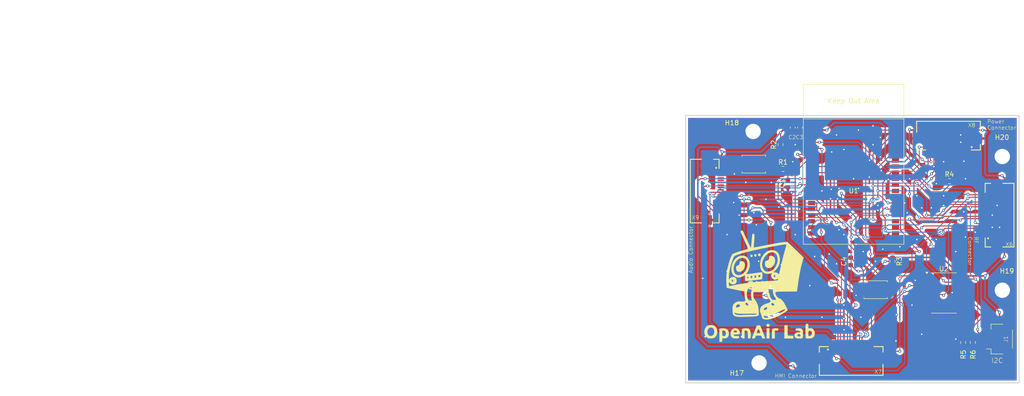
<source format=kicad_pcb>
(kicad_pcb
	(version 20241229)
	(generator "pcbnew")
	(generator_version "9.0")
	(general
		(thickness 1.646)
		(legacy_teardrops no)
	)
	(paper "A4")
	(layers
		(0 "F.Cu" signal)
		(2 "B.Cu" signal)
		(9 "F.Adhes" user "F.Adhesive")
		(11 "B.Adhes" user "B.Adhesive")
		(13 "F.Paste" user)
		(15 "B.Paste" user)
		(5 "F.SilkS" user "F.Silkscreen")
		(7 "B.SilkS" user "B.Silkscreen")
		(1 "F.Mask" user)
		(3 "B.Mask" user)
		(17 "Dwgs.User" user "User.Drawings")
		(19 "Cmts.User" user "User.Comments")
		(21 "Eco1.User" user "User.Eco1")
		(23 "Eco2.User" user "User.Eco2")
		(25 "Edge.Cuts" user)
		(27 "Margin" user)
		(31 "F.CrtYd" user "F.Courtyard")
		(29 "B.CrtYd" user "B.Courtyard")
		(35 "F.Fab" user)
		(33 "B.Fab" user)
		(39 "User.1" user)
		(41 "User.2" user)
		(43 "User.3" user)
		(45 "User.4" user)
		(47 "User.5" user)
		(49 "User.6" user)
		(51 "User.7" user)
		(53 "User.8" user)
		(55 "User.9" user)
	)
	(setup
		(stackup
			(layer "F.SilkS"
				(type "Top Silk Screen")
				(material "Liquid Photo")
			)
			(layer "F.Paste"
				(type "Top Solder Paste")
			)
			(layer "F.Mask"
				(type "Top Solder Mask")
				(color "Purple")
				(thickness 0.0254)
				(material "SMOBC")
				(epsilon_r 3.3)
				(loss_tangent 0)
			)
			(layer "F.Cu"
				(type "copper")
				(thickness 0.0356)
			)
			(layer "dielectric 1"
				(type "core")
				(thickness 1.524)
				(material "FR4")
				(epsilon_r 4.5)
				(loss_tangent 0.02)
			)
			(layer "B.Cu"
				(type "copper")
				(thickness 0.0356)
			)
			(layer "B.Mask"
				(type "Bottom Solder Mask")
				(color "Purple")
				(thickness 0.0254)
				(material "SMOBC")
				(epsilon_r 3.3)
				(loss_tangent 0)
			)
			(layer "B.Paste"
				(type "Bottom Solder Paste")
			)
			(layer "B.SilkS"
				(type "Bottom Silk Screen")
				(material "Liquid Photo")
			)
			(copper_finish "ENIG")
			(dielectric_constraints no)
		)
		(pad_to_mask_clearance 0.0762)
		(solder_mask_min_width 0.1016)
		(allow_soldermask_bridges_in_footprints yes)
		(tenting front back)
		(aux_axis_origin 127.20111 115.16359)
		(grid_origin 127.20111 115.16359)
		(pcbplotparams
			(layerselection 0x00000000_00000000_55555555_5755f5ff)
			(plot_on_all_layers_selection 0x00000000_00000000_00000000_00000000)
			(disableapertmacros no)
			(usegerberextensions no)
			(usegerberattributes yes)
			(usegerberadvancedattributes yes)
			(creategerberjobfile yes)
			(dashed_line_dash_ratio 12.000000)
			(dashed_line_gap_ratio 3.000000)
			(svgprecision 4)
			(plotframeref no)
			(mode 1)
			(useauxorigin no)
			(hpglpennumber 1)
			(hpglpenspeed 20)
			(hpglpendiameter 15.000000)
			(pdf_front_fp_property_popups yes)
			(pdf_back_fp_property_popups yes)
			(pdf_metadata yes)
			(pdf_single_document no)
			(dxfpolygonmode yes)
			(dxfimperialunits yes)
			(dxfusepcbnewfont yes)
			(psnegative no)
			(psa4output no)
			(plot_black_and_white yes)
			(sketchpadsonfab no)
			(plotpadnumbers no)
			(hidednponfab no)
			(sketchdnponfab yes)
			(crossoutdnponfab yes)
			(subtractmaskfromsilk no)
			(outputformat 1)
			(mirror no)
			(drillshape 1)
			(scaleselection 1)
			(outputdirectory "")
		)
	)
	(net 0 "")
	(net 1 "GND")
	(net 2 "+3.3V")
	(net 3 "EN")
	(net 4 "/MCU/HSPI_MOSI")
	(net 5 "/MCU/VSPI_MISO")
	(net 6 "/MCU/VSPI_CS")
	(net 7 "/MCU/HSPI_CS")
	(net 8 "/MCU/VSPI_SCLK")
	(net 9 "/MCU/VSPI_GDO2")
	(net 10 "/MCU/HSPI_SCLK")
	(net 11 "/MCU/VSPI_MOSI")
	(net 12 "/MCU/HSPI_DC")
	(net 13 "/MCU/VSPI_GDO0")
	(net 14 "Net-(U1-IO0)")
	(net 15 "unconnected-(X9-Pad6)")
	(net 16 "Net-(C4-Pad2)")
	(net 17 "unconnected-(X9-Pad2)")
	(net 18 "unconnected-(X9-Pad16)")
	(net 19 "unconnected-(X9-Pad8)")
	(net 20 "unconnected-(U1-NC-Pad22)")
	(net 21 "unconnected-(U1-NC-Pad17)")
	(net 22 "unconnected-(U1-NC-Pad18)")
	(net 23 "unconnected-(U1-NC-Pad27)")
	(net 24 "unconnected-(U1-NC-Pad19)")
	(net 25 "unconnected-(U2-P6-Pad10)")
	(net 26 "unconnected-(U1-NC-Pad20)")
	(net 27 "unconnected-(U1-NC-Pad32)")
	(net 28 "unconnected-(X8-Pad4)")
	(net 29 "unconnected-(X8-Pad5)")
	(net 30 "unconnected-(X8-Pad6)")
	(net 31 "unconnected-(U1-NC-Pad21)")
	(net 32 "unconnected-(X8-Pad8)")
	(net 33 "unconnected-(X8-Pad9)")
	(net 34 "unconnected-(U1-NC-Pad28)")
	(net 35 "unconnected-(X9-Pad4)")
	(net 36 "unconnected-(X9-Pad5)")
	(net 37 "unconnected-(X9-Pad7)")
	(net 38 "unconnected-(X9-Pad9)")
	(net 39 "unconnected-(X7-Pad6)")
	(net 40 "unconnected-(U2-P14-Pad17)")
	(net 41 "unconnected-(X7-Pad10)")
	(net 42 "unconnected-(X7-Pad11)")
	(net 43 "unconnected-(X7-Pad12)")
	(net 44 "unconnected-(X7-Pad16)")
	(net 45 "unconnected-(X7-Pad17)")
	(net 46 "unconnected-(U2-P17-Pad20)")
	(net 47 "unconnected-(U2-P12-Pad15)")
	(net 48 "unconnected-(U2-P7-Pad11)")
	(net 49 "unconnected-(U2-P15-Pad18)")
	(net 50 "unconnected-(U2-P13-Pad16)")
	(net 51 "unconnected-(U2-P16-Pad19)")
	(net 52 "unconnected-(U2-P11-Pad14)")
	(net 53 "unconnected-(U2-P10-Pad13)")
	(net 54 "/MCU/X_INT")
	(net 55 "/MCU/DIN")
	(net 56 "/MCU/DOUT")
	(net 57 "SCL")
	(net 58 "SDA")
	(net 59 "/MCU/BCLK")
	(net 60 "/MCU/LRCLK")
	(net 61 "/MCU/BMS_INT")
	(net 62 "/MCU/AUDIO_INT")
	(net 63 "/MCU/TX0")
	(net 64 "/MCU/HMI_INT")
	(net 65 "/MCU/RF_INT")
	(net 66 "/MCU/RX0")
	(net 67 "/TFT_BL_EN")
	(net 68 "/TFT_RST")
	(net 69 "/CC1200_RST")
	(net 70 "/AMP_SD")
	(net 71 "/FUEL_GUAGE_ALERT")
	(net 72 "/PD_ALERT{slash}INT")
	(net 73 "unconnected-(X6-Pad11)")
	(net 74 "unconnected-(X6-Pad10)")
	(net 75 "unconnected-(X6-Pad12)")
	(net 76 "unconnected-(X7-Pad15)")
	(footprint "Package_SO:SSOP-24_5.3x8.2mm_P0.65mm" (layer "F.Cu") (at 211.892 75.203))
	(footprint "Capacitor_SMD:C_0603_1608Metric" (layer "F.Cu") (at 181.864 40.64 -90))
	(footprint "Connector_JST:JST_SH_SM04B-SRSS-TB_1x04-1MP_P1.00mm_Horizontal" (layer "F.Cu") (at 223.52 84.836 90))
	(footprint "Button_Switch_SMD:SW_SPST_EVQP2_MiddlePushTravel_H2.5mm" (layer "F.Cu") (at 197.647 74.51))
	(footprint "Resistor_SMD:R_0603_1608Metric" (layer "F.Cu") (at 215.9 85.535 90))
	(footprint "Resistor_SMD:R_0603_1608Metric" (layer "F.Cu") (at 213.043 51.816))
	(footprint "capstone-project:Adafruit EYESPI FPC Connector" (layer "F.Cu") (at 212.852 42.304645 180))
	(footprint "Resistor_SMD:R_0603_1608Metric" (layer "F.Cu") (at 178.308 49.276))
	(footprint "Capacitor_SMD:C_0603_1608Metric" (layer "F.Cu") (at 179.324 52.324 90))
	(footprint "MountingHole:MountingHole_3.2mm_M3_ISO14580_Pad" (layer "F.Cu") (at 173.30994 89.815863 90))
	(footprint "MountingHole:MountingHole_3.2mm_M3_ISO14580_Pad" (layer "F.Cu") (at 224.091417 74.622927 90))
	(footprint "MountingHole:MountingHole_3.2mm_M3_ISO14580_Pad" (layer "F.Cu") (at 224.089514 46.676936 90))
	(footprint "capstone-project:Adafruit EYESPI FPC Connector" (layer "F.Cu") (at 223.52 58.928 90))
	(footprint "Resistor_SMD:R_0603_1608Metric" (layer "F.Cu") (at 177.8 44.196 90))
	(footprint "MountingHole:MountingHole_3.2mm_M3_ISO14580_Pad" (layer "F.Cu") (at 172.066268 41.429316 90))
	(footprint "Resistor_SMD:R_0603_1608Metric" (layer "F.Cu") (at 201.168 68.58 -90))
	(footprint "LOGO" (layer "F.Cu") (at 173.228 73.66))
	(footprint "Button_Switch_SMD:SW_SPST_EVQP2_MiddlePushTravel_H2.5mm" (layer "F.Cu") (at 172.212 48.26))
	(footprint "capstone-project:Adafruit EYESPI FPC Connector" (layer "F.Cu") (at 192.532 89.407998))
	(footprint "capstone-project:ESP32-WROVER-IE" (layer "F.Cu") (at 193.04 51.308))
	(footprint "Capacitor_SMD:C_0603_1608Metric" (layer "F.Cu") (at 192.441105 68.58 90))
	(footprint "Resistor_SMD:R_0603_1608Metric" (layer "F.Cu") (at 217.932 85.535 90))
	(footprint "Capacitor_SMD:C_0603_1608Metric" (layer "F.Cu") (at 180.34 40.64 -90))
	(footprint "capstone-project:Adafruit EYESPI FPC Connector" (layer "F.Cu") (at 161.96 53.894 -90))
	(gr_circle
		(center 224.089514 74.616936)
		(end 226.689514 74.616936)
		(stroke
			(width 0.05)
			(type default)
		)
		(fill no)
		(layer "F.Cu")
		(net 1)
		(uuid "cbe15aa7-914d-4af9-b3b1-dd61a14642e2")
	)
	(gr_rect
		(start 157.988 38.1)
		(end 227.584 93.98)
		(stroke
			(width 0.2)
			(type solid)
		)
		(fill no)
		(layer "Edge.Cuts")
		(uuid "1d13c47a-1b0f-48ee-9aa3-1a924fa38f1c")
	)
	(gr_text "I2C"
		(at 221.735 89.916 0)
		(layer "F.SilkS")
		(uuid "2e10106a-141b-449e-b5f2-ebf21a8bad6e")
		(effects
			(font
				(size 1 1)
				(thickness 0.1)
			)
			(justify left bottom)
		)
	)
	(gr_text "Audio Connector"
		(at 159.512 71.12 90)
		(layer "F.SilkS")
		(uuid "4f2fe800-aa46-4af7-b6ca-4fe55cbb090e")
		(effects
			(font
				(size 0.8 0.8)
				(thickness 0.08)
			)
			(justify left bottom)
		)
	)
	(gr_text "Power\nConnector"
		(at 220.89635 41.109603 0)
		(layer "F.SilkS")
		(uuid "539e54a4-d501-4f29-ac94-eab6a1100f1a")
		(effects
			(font
				(size 0.8 0.8)
				(thickness 0.08)
			)
			(justify left bottom)
		)
	)
	(gr_text "HMI Connector\n"
		(at 176.5465 92.990961 0)
		(layer "F.SilkS")
		(uuid "75c3e0a9-4297-4be8-9c11-108e5ff11c48")
		(effects
			(font
				(size 0.8 0.8)
				(thickness 0.08)
			)
			(justify left bottom)
		)
	)
	(gr_text "RF \nConnector"
		(at 216.870134 63.367076 270)
		(layer "F.SilkS")
		(uuid "bd86d951-8b67-4be6-90c8-449e428ae4a1")
		(effects
			(font
				(size 0.8 0.8)
				(thickness 0.08)
			)
			(justify left bottom)
		)
	)
	(gr_text "ESP32 Modulino"
		(at 14.82746 15.119573 0)
		(layer "Cmts.User")
		(uuid "f843efdc-c07e-422f-9845-b27de653470a")
		(effects
			(font
				(size 5 5)
				(thickness 0.625)
			)
			(justify left top)
		)
	)
	(segment
		(start 180.353 39.878)
		(end 180.34 39.865)
		(width 0.2)
		(layer "F.Cu")
		(net 1)
		(uuid "050f73d0-5c1f-40af-b936-eb571a2335c7")
	)
	(segment
		(start 211.602 47.518)
		(end 211.836 47.752)
		(width 0.2)
		(layer "F.Cu")
		(net 1)
		(uuid "06198c18-8aa4-41fe-95e3-5e2d00a5e8cd")
	)
	(segment
		(start 216.102 45.654645)
		(end 216.102 47.620519)
		(width 0.2)
		(layer "F.Cu")
		(net 1)
		(uuid "0d739e6a-cf5c-41cd-ae19-c43b1ad1fe7d")
	)
	(segment
		(start 212.102 47.486)
		(end 211.836 47.752)
		(width 0.2)
		(layer "F.Cu")
		(net 1)
		(uuid "29c24c92-e786-4369-80a8-79301afb8fb2")
	)
	(segment
		(start 165.31 50.644)
		(end 167.796 50.644)
		(width 0.2)
		(layer "F.Cu")
		(net 1)
		(uuid "2c84a91d-ca04-4aa0-a83b-3f8cf34274f1")
	)
	(segment
		(start 215.392 73.578)
		(end 214.442001 73.578)
		(width 0.2)
		(layer "F.Cu")
		(net 1)
		(uuid "374e7fd4-a884-4555-8d76-d5b704f5fb28")
	)
	(segment
		(start 189.282 84.126)
		(end 188.976 83.82)
		(width 0.2)
		(layer "F.Cu")
		(net 1)
		(uuid "4c47719d-5fd4-4940-89b8-9a7b5e7140ce")
	)
	(segment
		(start 216.102 47.620519)
		(end 216.06649 47.656029)
		(width 0.2)
		(layer "F.Cu")
		(net 1)
		(uuid "591edbb1-d9a6-47ce-af24-92c9cf63e3fc")
	)
	(segment
		(start 220.17 62.178)
		(end 218.746 62.178)
		(width 0.2)
		(layer "F.Cu")
		(net 1)
		(uuid "71944605-ab61-45f2-8256-a3ee2d6bbae8")
	)
	(segment
		(start 209.804 46.706645)
		(end 209.602 46.504645)
		(width 0.2)
		(layer "F.Cu")
		(net 1)
		(uuid "76ca4880-e70a-4412-9a2b-b26b2bba9249")
	)
	(segment
		(start 211.602 45.654645)
		(end 211.602 47.518)
		(width 0.2)
		(layer "F.Cu")
		(net 1)
		(uuid "7ffb7e7d-ef22-476b-9bb8-6cd720a1f0d6")
	)
	(segment
		(start 184.29 39.878)
		(end 180.353 39.878)
		(width 0.3)
		(layer "F.Cu")
		(net 1)
		(uuid "958a5463-028f-45a0-b3d7-6b8a9fad8f5d")
	)
	(segment
		(start 218.746 62.178)
		(end 218.44 62.484)
		(width 0.2)
		(layer "F.Cu")
		(net 1)
		(uuid "97b56866-982d-4e85-b47d-540b715442d0")
	)
	(segment
		(start 206.18384 72.278)
		(end 205.903931 72.557909)
		(width 0.2)
		(layer "F.Cu")
		(net 1)
		(uuid "9dbe7d63-f1e1-4738-bcc6-862390b3ba2a")
	)
	(segment
		(start 208.392 72.278)
		(end 206.18384 72.278)
		(width 0.2)
		(layer "F.Cu")
		(net 1)
		(uuid "aef379f6-77d9-4b69-af08-f02754bad6bd")
	)
	(segment
		(start 209.602 46.504645)
		(end 209.602 45.654645)
		(width 0.2)
		(layer "F.Cu")
		(net 1)
		(uuid "b058c233-93f7-4ec7-8a5c-58f021163f19")
	)
	(segment
		(start 167.796 50.644)
		(end 168.148 50.292)
		(width 0.2)
		(layer "F.Cu")
		(net 1)
		(uuid "b4676ffa-3830-4650-9744-fbf0d67c2a7b")
	)
	(segment
		(start 206.274022 72.928)
		(end 205.903931 72.557909)
		(width 0.2)
		(layer "F.Cu")
		(net 1)
		(uuid "bd5da200-24f3-4e71-8b14-7cb56b418548")
	)
	(segment
		(start 213.63033 74.389671)
		(end 213.63033 75.116443)
		(width 0.2)
		(layer "F.Cu")
		(net 1)
		(uuid "c6a6bea3-eac2-470b-9c3e-d1fc68317aea")
	)
	(segment
		(start 184.29 57.658)
		(end 181.762795 57.658)
		(width 0.2)
		(layer "F.Cu")
		(net 1)
		(uuid "d5b573f6-28da-4ed4-8c94-f35552ea502c")
	)
	(segment
		(start 189.282 86.057998)
		(end 189.282 84.126)
		(width 0.2)
		(layer "F.Cu")
		(net 1)
		(uuid "e14d6f94-d49f-475c-8cb0-032316da44cb")
	)
	(segment
		(start 181.762795 57.658)
		(end 181.75545 57.665345)
		(width 0.2)
		(layer "F.Cu")
		(net 1)
		(uuid "e3852834-d553-4142-9e9c-4cc736f90e86")
	)
	(segment
		(start 209.804 48.768)
		(end 209.804 46.706645)
		(width 0.2)
		(layer "F.Cu")
		(net 1)
		(uuid "e3f8c95b-acd1-4276-9f7f-5ba2cbdfadd0")
	)
	(segment
		(start 212.102 45.654645)
		(end 212.102 47.486)
		(width 0.2)
		(layer "F.Cu")
		(net 1)
		(uuid "ea43f56f-acf4-4759-a055-495557c91d0e")
	)
	(segment
		(start 208.392 72.928)
		(end 206.274022 72.928)
		(width 0.2)
		(layer "F.Cu")
		(net 1)
		(uuid "f0812376-ba90-4a51-8e9b-595ca2dfdb50")
	)
	(segment
		(start 214.442001 73.578)
		(end 213.63033 74.389671)
		(width 0.2)
		(layer "F.Cu")
		(net 1)
		(uuid "f79b27cb-27f3-47c4-9110-188fad548663")
	)
	(via
		(at 193.548 75.692)
		(size 0.6)
		(drill 0.3)
		(layers "F.Cu" "B.Cu")
		(free yes)
		(net 1)
		(uuid "0338a18a-12a0-4a62-8a75-884fd21bd720")
	)
	(via
		(at 198.12 57.912)
		(size 0.6)
		(drill 0.3)
		(layers "F.Cu" "B.Cu")
		(free yes)
		(net 1)
		(uuid "034f0db8-3d6b-45f1-89ae-81fb6d607596")
	)
	(via
		(at 223.012 56.896)
		(size 0.6)
		(drill 0.3)
		(layers "F.Cu" "B.Cu")
		(free yes)
		(net 1)
		(uuid "0851aa57-7700-4840-a4d1-81bd3a6125f6")
	)
	(via
		(at 189.992 53.34)
		(size 0.6)
		(drill 0.3)
		(layers "F.Cu" "B.Cu")
		(free yes)
		(net 1)
		(uuid "0fb151d1-d57d-4ef4-aeeb-5bc9e813e149")
	)
	(via
		(at 190.973584 80.528497)
		(size 0.6)
		(drill 0.3)
		(layers "F.Cu" "B.Cu")
		(free yes)
		(net 1)
		(uuid "130030b4-504b-488a-a038-baa42d0c588c")
	)
	(via
		(at 204.724 51.308)
		(size 0.6)
		(drill 0.3)
		(layers "F.Cu" "B.Cu")
		(free yes)
		(net 1)
		(uuid "16441522-ae0c-4cee-ba2e-dbe0037bbee5")
	)
	(via
		(at 196.360919 47.465632)
		(size 0.6)
		(drill 0.3)
		(layers "F.Cu" "B.Cu")
		(free yes)
		(net 1)
		(uuid "181103a0-4805-4416-bcd8-e3cf2f88cbfa")
	)
	(via
		(at 188.229476 55.498434)
		(size 0.6)
		(drill 0.3)
		(layers "F.Cu" "B.Cu")
		(free yes)
		(net 1)
		(uuid "191a78f3-f87e-4210-88c9-4cce276d2cbf")
	)
	(via
		(at 198.819449 49.646586)
		(size 0.6)
		(drill 0.3)
		(layers "F.Cu" "B.Cu")
		(free yes)
		(net 1)
		(uuid "1ad43325-b324-42c3-93e3-098bbe64d72d")
	)
	(via
		(at 200.285265 51.441265)
		(size 0.6)
		(drill 0.3)
		(layers "F.Cu" "B.Cu")
		(free yes)
		(net 1)
		(uuid "1b503fad-2328-465a-b330-771f900d4eef")
	)
	(via
		(at 177.443006 57.241124)
		(size 0.6)
		(drill 0.3)
		(layers "F.Cu" "B.Cu")
		(free yes)
		(net 1)
		(uuid "1d843aca-6798-460c-9294-22c7a42af91b")
	)
	(via
		(at 205.903931 72.557909)
		(size 0.6)
		(drill 0.3)
		(layers "F.Cu" "B.Cu")
		(free yes)
		(net 1)
		(uuid "1ee56d6e-d5fc-421d-88c4-14f0ad8f466a")
	)
	(via
		(at 193.04 51.308)
		(size 0.6)
		(drill 0.3)
		(layers "F.Cu" "B.Cu")
		(free yes)
		(net 1)
		(uuid "1f4221ca-926f-4f24-8c27-3743fd7e1662")
	)
	(via
		(at 197.612 68.58)
		(size 0.6)
		(drill 0.3)
		(layers "F.Cu" "B.Cu")
		(free yes)
		(net 1)
		(uuid "1f94f7df-e16e-4887-b138-301ad17dbe7d")
	)
	(via
		(at 198.628 42.672)
		(size 0.6)
		(drill 0.3)
		(layers "F.Cu" "B.Cu")
		(free yes)
		(net 1)
		(uuid "1fb3abb7-13cb-4214-ae2f-c2b723d6b4fb")
	)
	(via
		(at 216.06649 47.656029)
		(size 0.6)
		(drill 0.3)
		(layers "F.Cu" "B.Cu")
		(free yes)
		(net 1)
		(uuid "20506d0a-c3eb-4e9a-8353-1909799f58c7")
	)
	(via
		(at 184.912 67.564)
		(size 0.6)
		(drill 0.3)
		(layers "F.Cu" "B.Cu")
		(free yes)
		(net 1)
		(uuid "20b42071-7feb-45b5-9429-b7b6488fa391")
	)
	(via
		(at 191.008 62.992)
		(size 0.6)
		(drill 0.3)
		(layers "F.Cu" "B.Cu")
		(free yes)
		(net 1)
		(uuid "222d87d3-8c86-47af-b3f3-18ff6f7723db")
	)
	(via
		(at 215.392 43.688)
		(size 0.6)
		(drill 0.3)
		(layers "F.Cu" "B.Cu")
		(free yes)
		(net 1)
		(uuid "2b35c77b-31e7-46ac-9a01-9549ded74893")
	)
	(via
		(at 210.312 64.008)
		(size 0.6)
		(drill 0.3)
		(layers "F.Cu" "B.Cu")
		(free yes)
		(net 1)
		(uuid "2ed3ef01-f870-42fb-a1cd-c706e2fc6d09")
	)
	(via
		(at 178.816 80.264)
		(size 0.6)
		(drill 0.3)
		(layers "F.Cu" "B.Cu")
		(free yes)
		(net 1)
		(uuid "31c4be8b-b9ff-4f20-aa77-f020d6fb2f81")
	)
	(via
		(at 166.624 62.992)
		(size 0.6)
		(drill 0.3)
		(layers "F.Cu" "B.Cu")
		(free yes)
		(net 1)
		(uuid "3351a433-e2a5-48ee-83a2-c61810d534ce")
	)
	(via
		(at 180.34 47.752)
		(size 0.6)
		(drill 0.3)
		(layers "F.Cu" "B.Cu")
		(free yes)
		(net 1)
		(uuid "3b1ed491-312e-4cfe-9bc8-15564ed0f88b")
	)
	(via
		(at 170.53345 52.071839)
		(size 0.6)
		(drill 0.3)
		(layers "F.Cu" "B.Cu")
		(free yes)
		(net 1)
		(uuid "3ba58893-d143-4974-99ea-d24a875ddad8")
	)
	(via
		(at 196.321265 50.974985)
		(size 0.6)
		(drill 0.3)
		(layers "F.Cu" "B.Cu")
		(free yes)
		(net 1)
		(uuid "3d744328-0f6a-4a7d-81f0-025fae8027ce")
	)
	(via
		(at 177.952358 69.282215)
		(size 0.6)
		(drill 0.3)
		(layers "F.Cu" "B.Cu")
		(free yes)
		(net 1)
		(uuid "3e609a49-fa83-4ede-9d8e-9c1b7c142f56")
	)
	(via
		(at 211.836 54.864)
		(size 0.6)
		(drill 0.3)
		(layers "F.Cu" "B.Cu")
		(free yes)
		(net 1)
		(uuid "3f15626c-df10-44e7-8eed-09231b6e2b3b")
	)
	(via
		(at 209.804 65.532)
		(size 0.6)
		(drill 0.3)
		(layers "F.Cu" "B.Cu")
		(free yes)
		(net 1)
		(uuid "411d22ca-cdcd-43e5-a98d-0add3ba5ca09")
	)
	(via
		(at 194.056 41.148)
		(size 0.6)
		(drill 0.3)
		(layers "F.Cu" "B.Cu")
		(free yes)
		(net 1)
		(uuid "41a64cce-9c90-4008-8db7-2045a9ea26f1")
	)
	(via
		(at 172.72 60.96)
		(size 0.6)
		(drill 0.3)
		(layers "F.Cu" "B.Cu")
		(free yes)
		(net 1)
		(uuid "469d891a-3091-46d5-b999-6fcb427151eb")
	)
	(via
		(at 172.212 58.42)
		(size 0.6)
		(drill 0.3)
		(layers "F.Cu" "B.Cu")
		(free yes)
		(net 1)
		(uuid "4a025d22-7f49-428c-98f8-1d61140be5ed")
	)
	(via
		(at 197.104 44.196)
		(size 0.6)
		(drill 0.3)
		(layers "F.Cu" "B.Cu")
		(free yes)
		(net 1)
		(uuid "4dfae88a-3491-47e6-ae09-3f2a31dca15f")
	)
	(via
		(at 215.392 42.164)
		(size 0.6)
		(drill 0.3)
		(layers "F.Cu" "B.Cu")
		(free yes)
		(net 1)
		(uuid "51a52027-72c4-454f-9b4c-5d16b5da1ab7")
	)
	(via
		(at 204.216 58.42)
		(size 0.6)
		(drill 0.3)
		(layers "F.Cu" "B.Cu")
		(free yes)
		(net 1)
		(uuid "530ddd7c-ee66-468c-bbfa-0fbc9e9a91b2")
	)
	(via
		(at 213.63033 75.116443)
		(size 0.6)
		(drill 0.3)
		(layers "F.Cu" "B.Cu")
		(free yes)
		(net 1)
		(uuid "53148c5f-e210-44a8-82fe-5d81196336bf")
	)
	(via
		(at 198.12 56.896)
		(size 0.6)
		(drill 0.3)
		(layers "F.Cu" "B.Cu")
		(free yes)
		(net 1)
		(uuid "54b57be2-ada7-49a9-bb70-2c981efa1a8a")
	)
	(via
		(at 173.228 68.58)
		(size 0.6)
		(drill 0.3)
		(layers "F.Cu" "B.Cu")
		(free yes)
		(net 1)
		(uuid "61293f2f-917d-4348-9ebb-679db6fe1505")
	)
	(via
		(at 180.848 44.196)
		(size 0.6)
		(drill 0.3)
		(layers "F.Cu" "B.Cu")
		(free yes)
		(net 1)
		(uuid "613904a8-575c-4257-8ddf-52ab597ccc0c")
	)
	(via
		(at 197.104 40.274)
		(size 0.6)
		(drill 0.3)
		(layers "F.Cu" "B.Cu")
		(free yes)
		(net 1)
		(uuid "6208ccb8-1a4c-4fa2-bc64-16e421584c94")
	)
	(via
		(at 208.167489 50.05465)
		(size 0.6)
		(drill 0.3)
		(layers "F.Cu" "B.Cu")
		(free yes)
		(net 1)
		(uuid "6217a7fa-1a09-4833-8e3f-3de06370aada")
	)
	(via
		(at 223.52 61.468)
		(size 0.6)
		(drill 0.3)
		(layers "F.Cu" "B.Cu")
		(free yes)
		(net 1)
		(uuid "66a92d72-0408-4f3f-bcd5-f6a9e43aaf6c")
	)
	(via
		(at 194.056 53.34)
		(size 0.6)
		(drill 0.3)
		(layers "F.Cu" "B.Cu")
		(free yes)
		(net 1)
		(uuid "6a0b8589-1f12-4d1f-ad40-a81018f840ea")
	)
	(via
		(at 161.544 72.136)
		(size 0.6)
		(drill 0.3)
		(layers "F.Cu" "B.Cu")
		(free yes)
		(net 1)
		(uuid "6ae4688f-815d-4cba-bf38-dd536110753e")
	)
	(via
		(at 181.75545 57.665345)
		(size 0.6)
		(drill 0.3)
		(layers "F.Cu" "B.Cu")
		(free yes)
		(net 1)
		(uuid "6d59c6e9-5c5e-4373-b4d6-a1b523767dcd")
	)
	(via
		(at 162.052 84.328)
		(size 0.6)
		(drill 0.3)
		(layers "F.Cu" "B.Cu")
		(free yes)
		(net 1)
		(uuid "754f2818-d745-4e9b-a05d-00702add5bfd")
	)
	(via
		(at 221.996 61.468)
		(size 0.6)
		(drill 0.3)
		(layers "F.Cu" "B.Cu")
		(free yes)
		(net 1)
		(uuid "760085c2-2bab-48a2-98c3-54ba75239e11")
	)
	(via
		(at 201.885189 85.240068)
		(size 0.6)
		(drill 0.3)
		(layers "F.Cu" "B.Cu")
		(free yes)
		(net 1)
		(uuid "77346098-9e36-4ed0-8ef2-18f128c81681")
	)
	(via
		(at 186.436 80.264)
		(size 0.6)
		(drill 0.3)
		(layers "F.Cu" "B.Cu")
		(free yes)
		(net 1)
		(uuid "78831802-d57a-4253-a5c6-6fd60e823aba")
	)
	(via
		(at 188.976 83.82)
		(size 0.6)
		(drill 0.3)
		(layers "F.Cu" "B.Cu")
		(free yes)
		(net 1)
		(uuid "78ca783d-9b5a-4803-b459-c068c6256530")
	)
	(via
		(at 183.896 73.66)
		(size 0.6)
		(drill 0.3)
		(layers "F.Cu" "B.Cu")
		(free yes)
		(net 1)
		(uuid "78feb53c-8558-46e3-9ba1-2b487d3d6c68")
	)
	(via
		(at 191.008 45.212)
		(size 0.6)
		(drill 0.3)
		(layers "F.Cu" "B.Cu")
		(free yes)
		(net 1)
		(uuid "7a2f1f66-edad-4f57-a532-35ed80d81648")
	)
	(via
		(at 166.624 70.612)
		(size 0.6)
		(drill 0.3)
		(layers "F.Cu" "B.Cu")
		(free yes)
		(net 1)
		(uuid "7d3ad99f-9730-4379-8c3e-a0810ffe242a")
	)
	(via
		(at 205.232 77.724)
		(size 0.6)
		(drill 0.3)
		(layers "F.Cu" "B.Cu")
		(free yes)
		(net 1)
		(uuid "7da81de5-8ff2-4d7a-8e24-d9038a1dec96")
	)
	(via
		(at 193.548 65.024)
		(size 0.6)
		(drill 0.3)
		(layers "F.Cu" "B.Cu")
		(free yes)
		(net 1)
		(uuid "7e465918-bdeb-4330-833d-8528a2d78d2d")
	)
	(via
		(at 221.996 58.928)
		(size 0.6)
		(drill 0.3)
		(layers "F.Cu" "B.Cu")
		(free yes)
		(net 1)
		(uuid "80f5a99a-d420-40a0-b70e-71122365ad60")
	)
	(via
		(at 191.054102 82.890361)
		(size 0.6)
		(drill 0.3)
		(layers "F.Cu" "B.Cu")
		(free yes)
		(net 1)
		(uuid "88265468-802f-443d-869a-b9c0a291c044")
	)
	(via
		(at 207.264 83.82)
		(size 0.6)
		(drill 0.3)
		(layers "F.Cu" "B.Cu")
		(free yes)
		(net 1)
		(uuid "8a14b769-a8dc-411b-a5a7-6666e289310b")
	)
	(via
		(at 186.436 53.848)
		(size 0.6)
		(drill 0.3)
		(layers "F.Cu" "B.Cu")
		(free yes)
		(net 1)
		(uuid "8a9e6bd7-c725-4617-89fc-6889107329b9")
	)
	(via
		(at 175.860526 52.085421)
		(size 0.6
... [407478 chars truncated]
</source>
